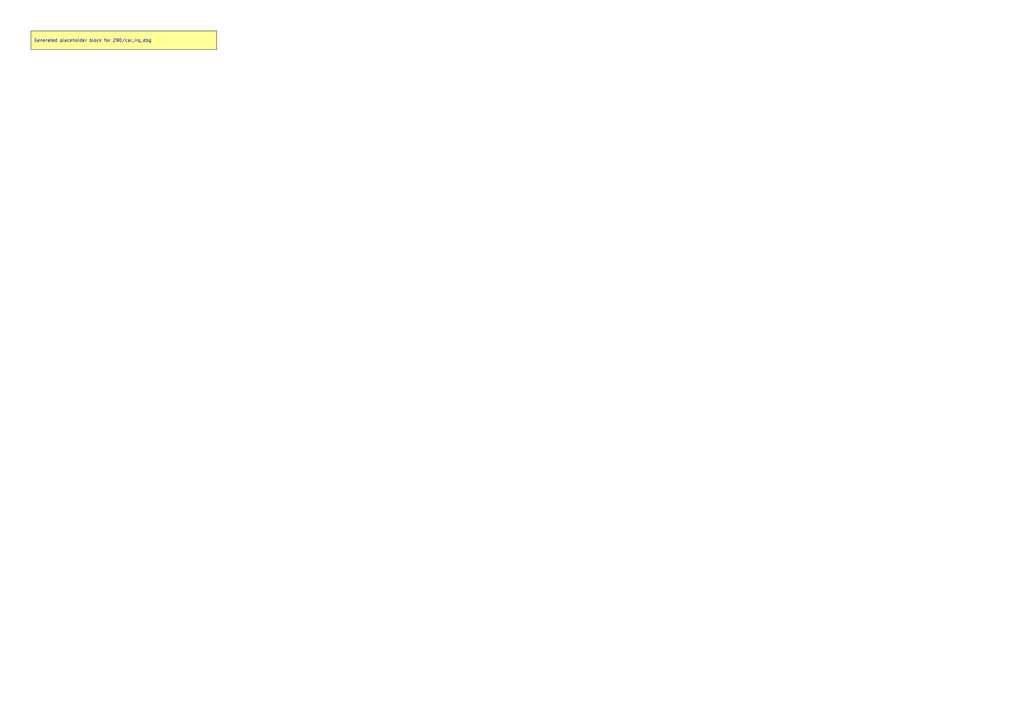
<source format=kicad_sch>
(kicad_sch
	(version 20250114)
	(generator "kicadgen")
	(generator_version "0.1")
	(uuid "928f7477-0456-58f1-b2e2-6b85fde59bf6")
	(paper "A3")
	(title_block
		(title "Z90::csr_irq_dbg")
		(company "Project Carbon")
		(comment 1 "Generated - do not edit in generated/")
		(comment 2 "Edit in schem/kicad9/manual/ or refine mapping specs")
	)
	(lib_symbols)
	(text_box
		"Generated placeholder block for Z90/csr_irq_dbg"
		(exclude_from_sim no)
		(at
			12.7
			12.7
			0
		)
		(size 76.2 7.62)
		(margins
			1.27
			1.27
			1.27
			1.27
		)
		(stroke
			(width 0)
			(type default)
			(color
				0
				0
				0
				1
			)
		)
		(fill
			(type color)
			(color
				255
				255
				150
				1
			)
		)
		(effects
			(font
				(size 1.27 1.27)
			)
			(justify left)
		)
		(uuid "4109f5af-e8d9-5113-a003-c595e12d2b8f")
	)
	(sheet_instances
		(path
			"/"
			(page "1")
		)
	)
	(embedded_fonts no)
)

</source>
